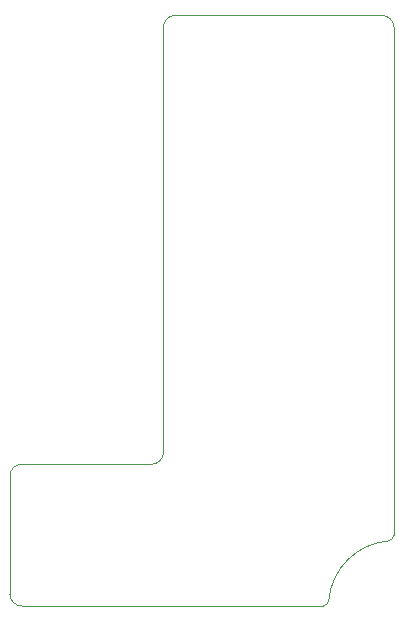
<source format=gbr>
%TF.GenerationSoftware,KiCad,Pcbnew,9.0.2*%
%TF.CreationDate,2025-08-14T17:11:00+06:00*%
%TF.ProjectId,hp3478a-ch32-ext,68703334-3738-4612-9d63-6833322d6578,rev?*%
%TF.SameCoordinates,Original*%
%TF.FileFunction,Profile,NP*%
%FSLAX46Y46*%
G04 Gerber Fmt 4.6, Leading zero omitted, Abs format (unit mm)*
G04 Created by KiCad (PCBNEW 9.0.2) date 2025-08-14 17:11:00*
%MOMM*%
%LPD*%
G01*
G04 APERTURE LIST*
%TA.AperFunction,Profile*%
%ADD10C,0.050000*%
%TD*%
G04 APERTURE END LIST*
D10*
X66500000Y-38000000D02*
G75*
G02*
X67500000Y-39000000I0J-1000000D01*
G01*
X36000000Y-88000000D02*
G75*
G02*
X35000000Y-87000000I0J1000000D01*
G01*
X61500000Y-88000000D02*
X36000000Y-88000000D01*
X48000000Y-75000000D02*
G75*
G02*
X47000000Y-76000000I-1000000J0D01*
G01*
X67500000Y-76000000D02*
X67500000Y-82000000D01*
X62000000Y-87499995D02*
G75*
G02*
X67000000Y-82500000I5500000J-500005D01*
G01*
X48000000Y-39000000D02*
G75*
G02*
X49000000Y-38000000I1000000J0D01*
G01*
X48000000Y-75000000D02*
X48000000Y-39000000D01*
X36000000Y-76000000D02*
X47000000Y-76000000D01*
X62000000Y-87499995D02*
G75*
G02*
X61500000Y-88000000I-500000J-5D01*
G01*
X67500000Y-39000000D02*
X67500000Y-76000000D01*
X49000000Y-38000000D02*
X66500000Y-38000000D01*
X35000000Y-87000000D02*
X35000000Y-77000000D01*
X67500000Y-82000000D02*
G75*
G02*
X67000006Y-82500000I-500000J0D01*
G01*
X35000000Y-77000000D02*
G75*
G02*
X36000000Y-76000000I1000000J0D01*
G01*
M02*

</source>
